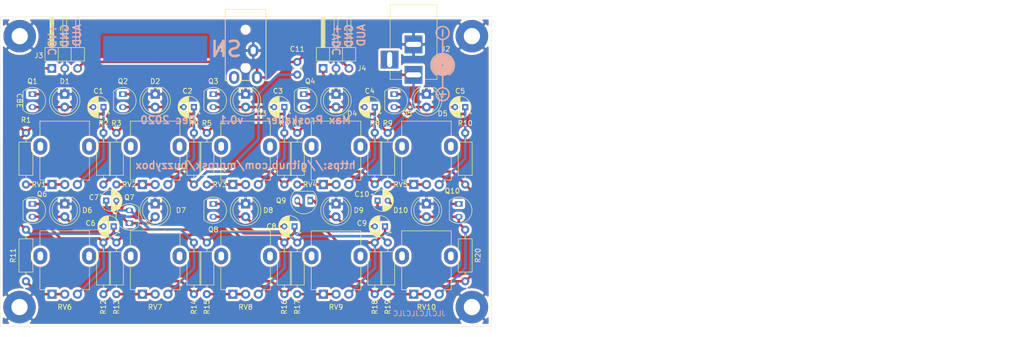
<source format=kicad_pcb>
(kicad_pcb (version 20171130) (host pcbnew "(5.1.4)-1")
  (layers (0 F.Cu signal) (31 B.Cu signal) (34 B.Paste user) (35 F.Paste user) (36 B.SilkS user) (37 F.SilkS user) (38 B.Mask user) (39 F.Mask user) (44 Edge.Cuts user))
  (net 0 "")
  (net 1 "Net-(C1-Pad2)")
  (net 2 /oscillator/OSC_OUT)
  (net 3 "Net-(C2-Pad2)")
  (net 4 "Net-(C2-Pad1)")
  (net 5 "Net-(C3-Pad2)")
  (net 6 "Net-(C3-Pad1)")
  (net 7 "Net-(C4-Pad2)")
  (net 8 "Net-(C4-Pad1)")
  (net 9 "Net-(C5-Pad2)")
  (net 10 "Net-(C5-Pad1)")
  (net 11 "Net-(C6-Pad2)")
  (net 12 "Net-(C6-Pad1)")
  (net 13 "Net-(C7-Pad2)")
  (net 14 "Net-(C7-Pad1)")
  (net 15 "Net-(C8-Pad2)")
  (net 16 "Net-(C8-Pad1)")
  (net 17 "Net-(C9-Pad2)")
  (net 18 "Net-(C9-Pad1)")
  (net 19 "Net-(C10-Pad2)")
  (net 20 "Net-(C10-Pad1)")
  (net 21 "Net-(C11-Pad2)")
  (net 22 "Net-(R1-Pad2)")
  (net 23 +VDC)
  (net 24 "Net-(R3-Pad2)")
  (net 25 "Net-(R5-Pad2)")
  (net 26 "Net-(R7-Pad2)")
  (net 27 "Net-(R9-Pad2)")
  (net 28 "Net-(R11-Pad2)")
  (net 29 "Net-(R13-Pad2)")
  (net 30 "Net-(R15-Pad2)")
  (net 31 "Net-(R17-Pad2)")
  (net 32 "Net-(R19-Pad2)")
  (net 33 "Net-(J1-PadR)")
  (net 34 "Net-(C1-Pad1)")
  (net 35 GND)
  (module buzzybox:TO-92-2 (layer F.Cu) (at 153.67 86.36 270)
    (fp_text reference Q10 (at -2.54 1.27 180) (layer F.SilkS))
    (fp_text value Q_NPN_CBE)
    (pad 1 thru_hole rect (at 0 0 270) (size 1.05 1.5) (drill 0.75) (layers *.Cu *.Mask) (net 19 "Net-(C10-Pad2)"))
    (pad 3 thru_hole oval (at 2.54 0 270) (size 1.05 1.5) (drill 0.75) (layers *.Cu *.Mask) (net 20 "Net-(C10-Pad1)"))
  )
  (module buzzybox:TO-92-2 (layer F.Cu) (at 124.46 85.725 180)
    (fp_text reference Q9 (at 5.715 0) (layer F.SilkS))
    (fp_text value Q_NPN_CBE)
    (pad 1 thru_hole rect (at 0 0 180) (size 1.05 1.5) (drill 0.75) (layers *.Cu *.Mask) (net 17 "Net-(C9-Pad2)"))
    (pad 3 thru_hole oval (at 2.54 0 180) (size 1.05 1.5) (drill 0.75) (layers *.Cu *.Mask) (net 18 "Net-(C9-Pad1)"))
  )
  (module buzzybox:TO-92-2 (layer F.Cu) (at 105.41 86.36 270)
    (fp_text reference Q8 (at 5.08 0 180) (layer F.SilkS))
    (fp_text value Q_NPN_CBE)
    (pad 1 thru_hole rect (at 0 0 270) (size 1.05 1.5) (drill 0.75) (layers *.Cu *.Mask) (net 15 "Net-(C8-Pad2)"))
    (pad 3 thru_hole oval (at 2.54 0 270) (size 1.05 1.5) (drill 0.75) (layers *.Cu *.Mask) (net 16 "Net-(C8-Pad1)"))
  )
  (module buzzybox:TO-92-2 (layer F.Cu) (at 88.9 90.17 90)
    (fp_text reference Q7 (at 5.08 0 180) (layer F.SilkS))
    (fp_text value Q_NPN_CBE)
    (pad 1 thru_hole rect (at 0 0 90) (size 1.05 1.5) (drill 0.75) (layers *.Cu *.Mask) (net 13 "Net-(C7-Pad2)"))
    (pad 3 thru_hole oval (at 2.54 0 90) (size 1.05 1.5) (drill 0.75) (layers *.Cu *.Mask) (net 14 "Net-(C7-Pad1)"))
  )
  (module buzzybox:TO-92-2 (layer F.Cu) (at 69.85 86.36 270)
    (fp_text reference Q6 (at -1.905 -1.905 180) (layer F.SilkS))
    (fp_text value Q_NPN_CBE)
    (pad 1 thru_hole rect (at 0 0 270) (size 1.05 1.5) (drill 0.75) (layers *.Cu *.Mask) (net 11 "Net-(C6-Pad2)"))
    (pad 3 thru_hole oval (at 2.54 0 270) (size 1.05 1.5) (drill 0.75) (layers *.Cu *.Mask) (net 12 "Net-(C6-Pad1)"))
  )
  (module buzzybox:TO-92-2 (layer F.Cu) (at 140.97 64.77 270)
    (fp_text reference Q5 (at 3.81 -2.54 180) (layer F.SilkS))
    (fp_text value Q_NPN_CBE)
    (pad 1 thru_hole rect (at 0 0 270) (size 1.05 1.5) (drill 0.75) (layers *.Cu *.Mask) (net 9 "Net-(C5-Pad2)"))
    (pad 3 thru_hole oval (at 2.54 0 270) (size 1.05 1.5) (drill 0.75) (layers *.Cu *.Mask) (net 10 "Net-(C5-Pad1)"))
  )
  (module buzzybox:TO-92-2 (layer F.Cu) (at 123.19 64.77 270)
    (fp_text reference Q4 (at -2.54 -1.27 180) (layer F.SilkS))
    (fp_text value Q_NPN_CBE)
    (pad 1 thru_hole rect (at 0 0 270) (size 1.05 1.5) (drill 0.75) (layers *.Cu *.Mask) (net 7 "Net-(C4-Pad2)"))
    (pad 3 thru_hole oval (at 2.54 0 270) (size 1.05 1.5) (drill 0.75) (layers *.Cu *.Mask) (net 8 "Net-(C4-Pad1)"))
  )
  (module buzzybox:TO-92-2 (layer F.Cu) (at 105.41 64.77 270)
    (fp_text reference Q3 (at -2.54 0 180) (layer F.SilkS))
    (fp_text value Q_NPN_CBE)
    (pad 1 thru_hole rect (at 0 0 270) (size 1.05 1.5) (drill 0.75) (layers *.Cu *.Mask) (net 5 "Net-(C3-Pad2)"))
    (pad 3 thru_hole oval (at 2.54 0 270) (size 1.05 1.5) (drill 0.75) (layers *.Cu *.Mask) (net 6 "Net-(C3-Pad1)"))
  )
  (module buzzybox:TO-92-2 (layer F.Cu) (at 87.63 64.77 270)
    (fp_text reference Q2 (at -2.54 0 180) (layer F.SilkS))
    (fp_text value Q_NPN_CBE)
    (pad 1 thru_hole rect (at 0 0 270) (size 1.05 1.5) (drill 0.75) (layers *.Cu *.Mask) (net 3 "Net-(C2-Pad2)"))
    (pad 3 thru_hole oval (at 2.54 0 270) (size 1.05 1.5) (drill 0.75) (layers *.Cu *.Mask) (net 4 "Net-(C2-Pad1)"))
  )
  (module buzzybox:TO-92-2 (layer F.Cu) (at 69.85 64.77 270)
    (fp_text reference Q1 (at -2.54 0 180) (layer F.SilkS))
    (fp_text value Q_NPN_CBE)
    (pad 1 thru_hole rect (at 0 0 270) (size 1.05 1.5) (drill 0.75) (layers *.Cu *.Mask) (net 1 "Net-(C1-Pad2)"))
    (pad 3 thru_hole oval (at 2.54 0 270) (size 1.05 1.5) (drill 0.75) (layers *.Cu *.Mask) (net 34 "Net-(C1-Pad1)"))
  )
  (module Capacitor_THT:CP_Radial_D4.0mm_P2.00mm (layer F.Cu) (at 137.7 85.725)
    (fp_text reference C10 (at -3.08 -1.27) (layer F.SilkS))
    (fp_text value CP1)
    (pad 2 thru_hole circle (at 2 0) (size 1.2 1.2) (drill 0.6) (layers *.Cu *.Mask) (net 19 "Net-(C10-Pad2)"))
    (pad 1 thru_hole rect (at 0 0) (size 1.2 1.2) (drill 0.6) (layers *.Cu *.Mask) (net 20 "Net-(C10-Pad1)"))
  )
  (module Capacitor_THT:CP_Radial_D4.0mm_P2.00mm (layer F.Cu) (at 139.16 90.805 180)
    (fp_text reference C9 (at 4.54 0.635) (layer F.SilkS))
    (fp_text value CP1)
    (pad 2 thru_hole circle (at 2 0 180) (size 1.2 1.2) (drill 0.6) (layers *.Cu *.Mask) (net 17 "Net-(C9-Pad2)"))
    (pad 1 thru_hole rect (at 0 0 180) (size 1.2 1.2) (drill 0.6) (layers *.Cu *.Mask) (net 18 "Net-(C9-Pad1)"))
  )
  (module Capacitor_THT:CP_Radial_D4.0mm_P2.00mm (layer F.Cu) (at 121.38 90.805 180)
    (fp_text reference C8 (at 4.54 0) (layer F.SilkS))
    (fp_text value CP1)
    (pad 2 thru_hole circle (at 2 0 180) (size 1.2 1.2) (drill 0.6) (layers *.Cu *.Mask) (net 15 "Net-(C8-Pad2)"))
    (pad 1 thru_hole rect (at 0 0 180) (size 1.2 1.2) (drill 0.6) (layers *.Cu *.Mask) (net 16 "Net-(C8-Pad1)"))
  )
  (module Capacitor_THT:CP_Radial_D4.0mm_P2.00mm (layer F.Cu) (at 84.36 85.725)
    (fp_text reference C7 (at -2.445 -0.635) (layer F.SilkS))
    (fp_text value CP1)
    (pad 2 thru_hole circle (at 2 0) (size 1.2 1.2) (drill 0.6) (layers *.Cu *.Mask) (net 13 "Net-(C7-Pad2)"))
    (pad 1 thru_hole rect (at 0 0) (size 1.2 1.2) (drill 0.6) (layers *.Cu *.Mask) (net 14 "Net-(C7-Pad1)"))
  )
  (module Capacitor_THT:CP_Radial_D4.0mm_P2.00mm (layer F.Cu) (at 85.82 90.805 180)
    (fp_text reference C6 (at 4.54 0.635) (layer F.SilkS))
    (fp_text value CP1)
    (pad 2 thru_hole circle (at 2 0 180) (size 1.2 1.2) (drill 0.6) (layers *.Cu *.Mask) (net 11 "Net-(C6-Pad2)"))
    (pad 1 thru_hole rect (at 0 0 180) (size 1.2 1.2) (drill 0.6) (layers *.Cu *.Mask) (net 12 "Net-(C6-Pad1)"))
  )
  (module Capacitor_THT:CP_Radial_D4.0mm_P2.00mm (layer F.Cu) (at 154.94 67.31 180)
    (fp_text reference C5 (at 1 3.175) (layer F.SilkS))
    (fp_text value CP1)
    (pad 2 thru_hole circle (at 2 0 180) (size 1.2 1.2) (drill 0.6) (layers *.Cu *.Mask) (net 9 "Net-(C5-Pad2)"))
    (pad 1 thru_hole rect (at 0 0 180) (size 1.2 1.2) (drill 0.6) (layers *.Cu *.Mask) (net 10 "Net-(C5-Pad1)"))
  )
  (module Capacitor_THT:CP_Radial_D4.0mm_P2.00mm (layer F.Cu) (at 137.16 67.31 180)
    (fp_text reference C4 (at 1 3.175) (layer F.SilkS))
    (fp_text value CP1)
    (pad 2 thru_hole circle (at 2 0 180) (size 1.2 1.2) (drill 0.6) (layers *.Cu *.Mask) (net 7 "Net-(C4-Pad2)"))
    (pad 1 thru_hole rect (at 0 0 180) (size 1.2 1.2) (drill 0.6) (layers *.Cu *.Mask) (net 8 "Net-(C4-Pad1)"))
  )
  (module Capacitor_THT:CP_Radial_D4.0mm_P2.00mm (layer F.Cu) (at 119.38 67.31 180)
    (fp_text reference C3 (at 1.27 3.175) (layer F.SilkS))
    (fp_text value CP1)
    (pad 2 thru_hole circle (at 2 0 180) (size 1.2 1.2) (drill 0.6) (layers *.Cu *.Mask) (net 5 "Net-(C3-Pad2)"))
    (pad 1 thru_hole rect (at 0 0 180) (size 1.2 1.2) (drill 0.6) (layers *.Cu *.Mask) (net 6 "Net-(C3-Pad1)"))
  )
  (module Capacitor_THT:CP_Radial_D4.0mm_P2.00mm (layer F.Cu) (at 101.6 67.31 180)
    (fp_text reference C2 (at 1.27 3.175) (layer F.SilkS))
    (fp_text value CP1)
    (pad 2 thru_hole circle (at 2 0 180) (size 1.2 1.2) (drill 0.6) (layers *.Cu *.Mask) (net 3 "Net-(C2-Pad2)"))
    (pad 1 thru_hole rect (at 0 0 180) (size 1.2 1.2) (drill 0.6) (layers *.Cu *.Mask) (net 4 "Net-(C2-Pad1)"))
  )
  (module Capacitor_THT:CP_Radial_D4.0mm_P2.00mm (layer F.Cu) (at 83.82 67.31 180)
    (fp_text reference C1 (at 1 3.175) (layer F.SilkS))
    (fp_text value CP1)
    (pad 2 thru_hole circle (at 2 0 180) (size 1.2 1.2) (drill 0.6) (layers *.Cu *.Mask) (net 1 "Net-(C1-Pad2)"))
    (pad 1 thru_hole rect (at 0 0 180) (size 1.2 1.2) (drill 0.6) (layers *.Cu *.Mask) (net 34 "Net-(C1-Pad1)"))
  )
  (module Connector_PinHeader_2.54mm:PinHeader_1x03_P2.54mm_Horizontal (layer F.Cu) (at 73.66 59.69 90)
    (fp_text reference J3 (at 2.54 -2.54 180) (layer F.SilkS))
    (fp_text value Conn_01x03)
    (pad 3 thru_hole oval (at 0 5.08 90) (size 1.7 1.7) (drill 1) (layers *.Cu *.Mask) (net 21 "Net-(C11-Pad2)"))
    (pad 2 thru_hole oval (at 0 2.54 90) (size 1.7 1.7) (drill 1) (layers *.Cu *.Mask) (net 35 GND))
    (pad 1 thru_hole rect (at 0 0 90) (size 1.7 1.7) (drill 1) (layers *.Cu *.Mask) (net 23 +VDC))
  )
  (module Connector_PinHeader_2.54mm:PinHeader_1x03_P2.54mm_Horizontal (layer F.Cu) (at 127 59.69 90)
    (fp_text reference J4 (at 0 7.62 180) (layer F.SilkS))
    (fp_text value Conn_01x03)
    (pad 3 thru_hole oval (at 0 5.08 90) (size 1.7 1.7) (drill 1) (layers *.Cu *.Mask) (net 21 "Net-(C11-Pad2)"))
    (pad 2 thru_hole oval (at 0 2.54 90) (size 1.7 1.7) (drill 1) (layers *.Cu *.Mask) (net 35 GND))
    (pad 1 thru_hole rect (at 0 0 90) (size 1.7 1.7) (drill 1) (layers *.Cu *.Mask) (net 23 +VDC))
  )
  (module buzzybox:STX-3000 (layer F.Cu) (at 111.76 52.07)
    (fp_text reference J1 (at -5.08 3.81) (layer F.SilkS))
    (fp_text value AudioJack3)
    (pad R thru_hole oval (at -2.25 9.4) (size 2 2.5) (drill oval 1 1.5) (layers *.Cu *.Mask) (net 33 "Net-(J1-PadR)"))
    (pad T thru_hole oval (at 2.25 9.4) (size 2 2.5) (drill oval 1 1.5) (layers *.Cu *.Mask) (net 21 "Net-(C11-Pad2)"))
    (pad "" np_thru_hole circle (at 0 7.5) (size 1 1) (drill 1) (layers *.Cu *.Mask))
    (pad S thru_hole oval (at 1.5 4.1) (size 2 2.5) (drill oval 1 1.5) (layers *.Cu *.Mask) (net 35 GND))
    (pad "" np_thru_hole circle (at 0 0) (size 1 1) (drill 1) (layers *.Cu *.Mask))
  )
  (module Resistor_THT:R_Axial_DIN0207_L6.3mm_D2.5mm_P10.16mm_Horizontal (layer F.Cu) (at 68.58 91.44 270)
    (fp_text reference R11 (at 5.08 2.54 90) (layer F.SilkS))
    (fp_text value 1k)
    (pad 2 thru_hole oval (at 10.16 0 270) (size 1.6 1.6) (drill 0.8) (layers *.Cu *.Mask) (net 28 "Net-(R11-Pad2)"))
    (pad 1 thru_hole circle (at 0 0 270) (size 1.6 1.6) (drill 0.8) (layers *.Cu *.Mask) (net 23 +VDC))
  )
  (module Potentiometer_THT:Potentiometer_Alpha_RD901F-40-00D_Single_Vertical (layer F.Cu) (at 73.7 104.14 90)
    (fp_text reference RV6 (at -2.54 2.5) (layer F.SilkS))
    (fp_text value 10k)
    (pad "" thru_hole oval (at 7.5 -2.3 180) (size 2.72 3.24) (drill oval 1.1 1.8) (layers *.Cu *.Mask))
    (pad "" thru_hole oval (at 7.5 7.3 180) (size 2.72 3.24) (drill oval 1.1 1.8) (layers *.Cu *.Mask))
    (pad 3 thru_hole circle (at 0 5 180) (size 1.8 1.8) (drill 1) (layers *.Cu *.Mask) (net 12 "Net-(C6-Pad1)"))
    (pad 2 thru_hole circle (at 0 2.5 180) (size 1.8 1.8) (drill 1) (layers *.Cu *.Mask) (net 28 "Net-(R11-Pad2)"))
    (pad 1 thru_hole rect (at 0 0 180) (size 1.8 1.8) (drill 1) (layers *.Cu *.Mask) (net 28 "Net-(R11-Pad2)"))
  )
  (module MountingHole:MountingHole_3.2mm_M3_Pad (layer F.Cu) (at 67.31 106.68)
    (fp_text reference H4 hide)
    (fp_text value M3)
    (pad 1 thru_hole circle (at 0 0) (size 6.4 6.4) (drill 3.2) (layers *.Cu *.Mask) (net 35 GND))
  )
  (module MountingHole:MountingHole_3.2mm_M3_Pad (layer F.Cu) (at 156.25 106.68)
    (fp_text reference H3 hide)
    (fp_text value M3)
    (pad 1 thru_hole circle (at 0 0) (size 6.4 6.4) (drill 3.2) (layers *.Cu *.Mask) (net 35 GND))
  )
  (module MountingHole:MountingHole_3.2mm_M3_Pad (layer F.Cu) (at 156.25 53.34)
    (fp_text reference H2 hide)
    (fp_text value M3)
    (pad 1 thru_hole circle (at 0 0) (size 6.4 6.4) (drill 3.2) (layers *.Cu *.Mask) (net 35 GND))
  )
  (module MountingHole:MountingHole_3.2mm_M3_Pad (layer F.Cu) (at 67.35 53.34)
    (fp_text reference H1 hide)
    (fp_text value M3)
    (pad 1 thru_hole circle (at 0 0) (size 6.4 6.4) (drill 3.2) (layers *.Cu *.Mask) (net 35 GND))
  )
  (module Capacitors_THT:C_Disc_D3.0mm_W1.6mm_P2.50mm (layer F.Cu) (at 121.92 60.92 90)
    (fp_text reference C11 (at 5.04 0 180) (layer F.SilkS))
    (fp_text value 0.1uF)
    (pad 1 thru_hole circle (at 0 0 90) (size 1.6 1.6) (drill 0.8) (layers *.Cu *.Mask) (net 2 /oscillator/OSC_OUT))
    (pad 2 thru_hole circle (at 2.5 0 90) (size 1.6 1.6) (drill 0.8) (layers *.Cu *.Mask) (net 21 "Net-(C11-Pad2)"))
  )
  (module Connectors:BARREL_JACK (layer F.Cu) (at 144.78 60.96 270)
    (fp_text reference J2 (at -5.08 -6.35) (layer F.SilkS))
    (fp_text value Barrel_Jack)
    (pad 1 thru_hole rect (at 0 0 270) (size 3.5 3.5) (drill oval 1 3) (layers *.Cu *.Mask) (net 23 +VDC))
    (pad 2 thru_hole rect (at -6 0 270) (size 3.5 3.5) (drill oval 1 3) (layers *.Cu *.Mask) (net 35 GND))
    (pad 3 thru_hole rect (at -3 4.7 270) (size 3.5 3.5) (drill oval 3 1) (layers *.Cu *.Mask))
  )
  (module Potentiometer_THT:Potentiometer_Alpha_RD901F-40-00D_Single_Vertical (layer F.Cu) (at 144.82 104.14 90)
    (fp_text reference RV10 (at -2.54 2.5) (layer F.SilkS))
    (fp_text value 10k)
    (pad "" thru_hole oval (at 7.5 -2.3 180) (size 2.72 3.24) (drill oval 1.1 1.8) (layers *.Cu *.Mask))
    (pad "" thru_hole oval (at 7.5 7.3 180) (size 2.72 3.24) (drill oval 1.1 1.8) (layers *.Cu *.Mask))
    (pad 3 thru_hole circle (at 0 5 180) (size 1.8 1.8) (drill 1) (layers *.Cu *.Mask) (net 20 "Net-(C10-Pad1)"))
    (pad 2 thru_hole circle (at 0 2.5 180) (size 1.8 1.8) (drill 1) (layers *.Cu *.Mask) (net 32 "Net-(R19-Pad2)"))
    (pad 1 thru_hole rect (at 0 0 180) (size 1.8 1.8) (drill 1) (layers *.Cu *.Mask) (net 32 "Net-(R19-Pad2)"))
  )
  (module Potentiometer_THT:Potentiometer_Alpha_RD901F-40-00D_Single_Vertical (layer F.Cu) (at 127.04 104.14 90)
    (fp_text reference RV9 (at -2.54 2.5) (layer F.SilkS))
    (fp_text value 10k)
    (pad "" thru_hole oval (at 7.5 -2.3 180) (size 2.72 3.24) (drill oval 1.1 1.8) (layers *.Cu *.Mask))
    (pad "" thru_hole oval (at 7.5 7.3 180) (size 2.72 3.24) (drill oval 1.1 1.8) (layers *.Cu *.Mask))
    (pad 3 thru_hole circle (at 0 5 180) (size 1.8 1.8) (drill 1) (layers *.Cu *.Mask) (net 18 "Net-(C9-Pad1)"))
    (pad 2 thru_hole circle (at 0 2.5 180) (size 1.8 1.8) (drill 1) (layers *.Cu *.Mask) (net 31 "Net-(R17-Pad2)"))
    (pad 1 thru_hole rect (at 0 0 180) (size 1.8 1.8) (drill 1) (layers *.Cu *.Mask) (net 31 "Net-(R17-Pad2)"))
  )
  (module Potentiometer_THT:Potentiometer_Alpha_RD901F-40-00D_Single_Vertical (layer F.Cu) (at 109.26 104.14 90)
    (fp_text reference RV8 (at -2.54 2.5 180) (layer F.SilkS))
    (fp_text value 10k)
    (pad "" thru_hole oval (at 7.5 -2.3 180) (size 2.72 3.24) (drill oval 1.1 1.8) (layers *.Cu *.Mask))
    (pad "" thru_hole oval (at 7.5 7.3 180) (size 2.72 3.24) (drill oval 1.1 1.8) (layers *.Cu *.Mask))
    (pad 3 thru_hole circle (at 0 5 180) (size 1.8 1.8) (drill 1) (layers *.Cu *.Mask) (net 16 "Net-(C8-Pad1)"))
    (pad 2 thru_hole circle (at 0 2.5 180) (size 1.8 1.8) (drill 1) (layers *.Cu *.Mask) (net 30 "Net-(R15-Pad2)"))
    (pad 1 thru_hole rect (at 0 0 180) (size 1.8 1.8) (drill 1) (layers *.Cu *.Mask) (net 30 "Net-(R15-Pad2)"))
  )
  (module Potentiometer_THT:Potentiometer_Alpha_RD901F-40-00D_Single_Vertical (layer F.Cu) (at 91.48 104.14 90)
    (fp_text reference RV7 (at -2.54 2.5) (layer F.SilkS))
    (fp_text value 10k)
    (pad "" thru_hole oval (at 7.5 -2.3 180) (size 2.72 3.24) (drill oval 1.1 1.8) (layers *.Cu *.Mask))
    (pad "" thru_hole oval (at 7.5 7.3 180) (size 2.72 3.24) (drill oval 1.1 1.8) (layers *.Cu *.Mask))
    (pad 3 thru_hole circle (at 0 5 180) (size 1.8 1.8) (drill 1) (layers *.Cu *.Mask) (net 14 "Net-(C7-Pad1)"))
    (pad 2 thru_hole circle (at 0 2.5 180) (size 1.8 1.8) (drill 1) (layers *.Cu *.Mask) (net 29 "Net-(R13-Pad2)"))
    (pad 1 thru_hole rect (at 0 0 180) (size 1.8 1.8) (drill 1) (layers *.Cu *.Mask) (net 29 "Net-(R13-Pad2)"))
  )
  (module Potentiometer_THT:Potentiometer_Alpha_RD901F-40-00D_Single_Vertical (layer F.Cu) (at 144.82 82.55 90)
    (fp_text reference RV5 (at 0 -2.58) (layer F.SilkS))
    (fp_text value 10k)
    (pad "" thru_hole oval (at 7.5 -2.3 180) (size 2.72 3.24) (drill oval 1.1 1.8) (layers *.Cu *.Mask))
    (pad "" thru_hole oval (at 7.5 7.3 180) (size 2.72 3.24) (drill oval 1.1 1.8) (layers *.Cu *.Mask))
    (pad 3 thru_hole circle (at 0 5 180) (size 1.8 1.8) (drill 1) (layers *.Cu *.Mask) (net 10 "Net-(C5-Pad1)"))
    (pad 2 thru_hole circle (at 0 2.5 180) (size 1.8 1.8) (drill 1) (layers *.Cu *.Mask) (net 27 "Net-(R9-Pad2)"))
    (pad 1 thru_hole rect (at 0 0 180) (size 1.8 1.8) (drill 1) (layers *.Cu *.Mask) (net 27 "Net-(R9-Pad2)"))
  )
  (module Potentiometer_THT:Potentiometer_Alpha_RD901F-40-00D_Single_Vertical (layer F.Cu) (at 127.04 82.55 90)
    (fp_text reference RV4 (at 0 -2.58) (layer F.SilkS))
    (fp_text value 10k)
    (pad "" thru_hole oval (at 7.5 -2.3 180) (size 2.72 3.24) (drill oval 1.1 1.8) (layers *.Cu *.Mask))
    (pad "" thru_hole oval (at 7.5 7.3 180) (size 2.72 3.24) (drill oval 1.1 1.8) (layers *.Cu *.Mask))
    (pad 3 thru_hole circle (at 0 5 180) (size 1.8 1.8) (drill 1) (layers *.Cu *.Mask) (net 8 "Net-(C4-Pad1)"))
    (pad 2 thru_hole circle (at 0 2.5 180) (size 1.8 1.8) (drill 1) (layers *.Cu *.Mask) (net 26 "Net-(R7-Pad2)"))
    (pad 1 thru_hole rect (at 0 0 180) (size 1.8 1.8) (drill 1) (layers *.Cu *.Mask) (net 26 "Net-(R7-Pad2)"))
  )
  (module Potentiometer_THT:Potentiometer_Alpha_RD901F-40-00D_Single_Vertical (layer F.Cu) (at 109.26 82.55 90)
    (fp_text reference RV3 (at 0 -2.58) (layer F.SilkS))
    (fp_text value 10k)
    (pad "" thru_hole oval (at 7.5 -2.3 180) (size 2.72 3.24) (drill oval 1.1 1.8) (layers *.Cu *.Mask))
    (pad "" thru_hole oval (at 7.5 7.3 180) (size 2.72 3.24) (drill oval 1.1 1.8) (layers *.Cu *.Mask))
    (pad 3 thru_hole circle (at 0 5 180) (size 1.8 1.8) (drill 1) (layers *.Cu *.Mask) (net 6 "Net-(C3-Pad1)"))
    (pad 2 thru_hole circle (at 0 2.5 180) (size 1.8 1.8) (drill 1) (layers *.Cu *.Mask) (net 25 "Net-(R5-Pad2)"))
    (pad 1 thru_hole rect (at 0 0 180) (size 1.8 1.8) (drill 1) (layers *.Cu *.Mask) (net 25 "Net-(R5-Pad2)"))
  )
  (module Potentiometer_THT:Potentiometer_Alpha_RD901F-40-00D_Single_Vertical (layer F.Cu) (at 91.48 82.55 90)
    (fp_text reference RV2 (at 0 -2.58) (layer F.SilkS))
    (fp_text value 10k)
    (pad "" thru_hole oval (at 7.5 -2.3 180) (size 2.72 3.24) (drill oval 1.1 1.8) (layers *.Cu *.Mask))
    (pad "" thru_hole oval (at 7.5 7.3 180) (size 2.72 3.24) (drill oval 1.1 1.8) (layers *.Cu *.Mask))
    (pad 3 thru_hole circle (at 0 5 180) (size 1.8 1.8) (drill 1) (layers *.Cu *.Mask) (net 4 "Net-(C2-Pad1)"))
    (pad 2 thru_hole circle (at 0 2.5 180) (size 1.8 1.8) (drill 1) (layers *.Cu *.Mask) (net 24 "Net-(R3-Pad2)"))
    (pad 1 thru_hole rect (at 0 0 180) (size 1.8 1.8) (drill 1) (layers *.Cu *.Mask) (net 24 "Net-(R3-Pad2)"))
  )
  (module Potentiometer_THT:Potentiometer_Alpha_RD901F-40-00D_Single_Vertical (layer F.Cu) (at 73.7 82.55 90)
    (fp_text reference RV1 (at 0 -2.58) (layer F.SilkS))
    (fp_text value 10k)
    (pad "" thru_hole oval (at 7.5 -2.3 180) (size 2.72 3.24) (drill oval 1.1 1.8) (layers *.Cu *.Mask))
    (pad "" thru_hole oval (at 7.5 7.3 180) (size 2.72 3.24) (drill oval 1.1 1.8) (layers *.Cu *.Mask))
    (pad 3 thru_hole circle (at 0 5 180) (size 1.8 1.8) (drill 1) (layers *.Cu *.Mask) (net 34 "Net-(C1-Pad1)"))
    (pad 2 thru_hole circle (at 0 2.5 180) (size 1.8 1.8) (drill 1) (layers *.Cu *.Mask) (net 22 "Net-(R1-Pad2)"))
    (pad 1 thru_hole rect (at 0 0 180) (size 1.8 1.8) (drill 1) (layers *.Cu *.Mask) (net 22 "Net-(R1-Pad2)"))
  )
  (module Resistor_THT:R_Axial_DIN0207_L6.3mm_D2.5mm_P10.16mm_Horizontal (layer F.Cu) (at 154.94 101.6 90)
    (fp_text reference R20 (at 5.08 2.5 270) (layer F.SilkS))
    (fp_text value 100k)
    (pad 2 thru_hole oval (at 10.16 0 90) (size 1.6 1.6) (drill 0.8) (layers *.Cu *.Mask) (net 20 "Net-(C10-Pad1)"))
    (pad 1 thru_hole circle (at 0 0 90) (size 1.6 1.6) (drill 0.8) (layers *.Cu *.Mask) (net 2 /oscillator/OSC_OUT))
  )
  (module Resistor_THT:R_Axial_DIN0207_L6.3mm_D2.5mm_P10.16mm_Horizontal (layer F.Cu) (at 139.7 93.98 270)
    (fp_text reference R19 (at 12.7 0 270) (layer F.SilkS))
    (fp_text value 1k)
    (pad 2 thru_hole oval (at 10.16 0 270) (size 1.6 1.6) (drill 0.8) (layers *.Cu *.Mask) (net 32 "Net-(R19-Pad2)"))
    (pad 1 thru_hole circle (at 0 0 270) (size 1.6 1.6) (drill 0.8) (layers *.Cu *.Mask) (net 23 +VDC))
  )
  (module Resistor_THT:R_Axial_DIN0207_L6.3mm_D2.5mm_P10.16mm_Horizontal (layer F.Cu) (at 137.16 104.14 90)
    (fp_text reference R18 (at -2.54 0 270) (layer F.SilkS))
    (fp_text value 100k)
    (pad 2 thru_hole oval (at 10.16 0 90) (size 1.6 1.6) (drill 0.8) (layers *.Cu *.Mask) (net 18 "Net-(C9-Pad1)"))
    (pad 1 thru_hole circle (at 0 0 90) (size 1.6 1.6) (drill 0.8) (layers *.Cu *.Mask) (net 2 /oscillator/OSC_OUT))
  )
  (module Resistor_THT:R_Axial_DIN0207_L6.3mm_D2.5mm_P10.16mm_Horizontal (layer F.Cu) (at 121.92 93.98 270)
    (fp_text reference R17 (at 12.7 0 270) (layer F.SilkS))
    (fp_text value 1k)
    (pad 2 thru_hole oval (at 10.16 0 270) (size 1.6 1.6) (drill 0.8) (layers *.Cu *.Mask) (net 31 "Net-(R17-Pad2)"))
    (pad 1 thru_hole circle (at 0 0 270) (size 1.6 1.6) (drill 0.8) (layers *.Cu *.Mask) (net 23 +VDC))
  )
  (module Resistor_THT:R_Axial_DIN0207_L6.3mm_D2.5mm_P10.16mm_Horizontal (layer F.Cu) (at 119.38 104.14 90)
    (fp_text reference R16 (at -2.54 -0.04 270) (layer F.SilkS))
    (fp_text value 100k)
    (pad 2 thru_hole oval (at 10.16 0 90) (size 1.6 1.6) (drill 0.8) (layers *.Cu *.Mask) (net 16 "Net-(C8-Pad1)"))
    (pad 1 thru_hole circle (at 0 0 90) (size 1.6 1.6) (drill 0.8) (layers *.Cu *.Mask) (net 2 /oscillator/OSC_OUT))
  )
  (module Resistor_THT:R_Axial_DIN0207_L6.3mm_D2.5mm_P10.16mm_Horizontal (layer F.Cu) (at 104.14 93.98 270)
    (fp_text reference R15 (at 12.7 0 270) (layer F.SilkS))
    (fp_text value 1k)
    (pad 2 thru_hole oval (at 10.16 0 270) (size 1.6 1.6) (drill 0.8) (layers *.Cu *.Mask) (net 30 "Net-(R15-Pad2)"))
    (pad 1 thru_hole circle (at 0 0 270) (size 1.6 1.6) (drill 0.8) (layers *.Cu *.Mask) (net 23 +VDC))
  )
  (module Resistor_THT:R_Axial_DIN0207_L6.3mm_D2.5mm_P10.16mm_Horizontal (layer F.Cu) (at 101.6 104.14 90)
    (fp_text reference R14 (at -2.54 0 270) (layer F.SilkS))
    (fp_text value 100k)
    (pad 2 thru_hole oval (at 10.16 0 90) (size 1.6 1.6) (drill 0.8) (layers *.Cu *.Mask) (net 14 "Net-(C7-Pad1)"))
    (pad 1 thru_hole circle (at 0 0 90) (size 1.6 1.6) (drill 0.8) (layers *.Cu *.Mask) (net 2 /oscillator/OSC_OUT))
  )
  (module Resistor_THT:R_Axial_DIN0207_L6.3mm_D2.5mm_P10.16mm_Horizontal (layer F.Cu) (at 86.36 93.98 270)
    (fp_text reference R13 (at 12.7 0 270) (layer F.SilkS))
    (fp_text value 1k)
    (pad 2 thru_hole oval (at 10.16 0 270) (size 1.6 1.6) (drill 0.8) (layers *.Cu *.Mask) (net 29 "Net-(R13-Pad2)"))
    (pad 1 thru_hole circle (at 0 0 270) (size 1.6 1.6) (drill 0.8) (layers *.Cu *.Mask) (net 23 +VDC))
  )
  (module Resistor_THT:R_Axial_DIN0207_L6.3mm_D2.5mm_P10.16mm_Horizontal (layer F.Cu) (at 83.82 104.14 90)
    (fp_text reference R12 (at -2.54 -0.04 90) (layer F.SilkS))
    (fp_text value 100k)
    (pad 2 thru_hole oval (at 10.16 0 90) (size 1.6 1.6) (drill 0.8) (layers *.Cu *.Mask) (net 12 "Net-(C6-Pad1)"))
    (pad 1 thru_hole circle (at 0 0 90) (size 1.6 1.6) (drill 0.8) (layers *.Cu *.Mask) (net 2 /oscillator/OSC_OUT))
  )
  (module Resistor_THT:R_Axial_DIN0207_L6.3mm_D2.5mm_P10.16mm_Horizontal (layer F.Cu) (at 154.94 82.55 90)
    (fp_text reference R10 (at 12.065 0 180) (layer F.SilkS))
    (fp_text value 100k)
    (pad 2 thru_hole oval (at 10.16 0 90) (size 1.6 1.6) (drill 0.8) (layers *.Cu *.Mask) (net 10 "Net-(C5-Pad1)"))
    (pad 1 thru_hole circle (at 0 0 90) (size 1.6 1.6) (drill 0.8) (layers *.Cu *.Mask) (net 2 /oscillator/OSC_OUT))
  )
  (module Resistor_THT:R_Axial_DIN0207_L6.3mm_D2.5mm_P10.16mm_Horizontal (layer F.Cu) (at 139.7 72.39 270)
    (fp_text reference R9 (at -1.905 0 180) (layer F.SilkS))
    (fp_text value 1k)
    (pad 1 thru_hole circle (at 0 0 270) (size 1.6 1.6) (drill 0.8) (layers *.Cu *.Mask) (net 23 +VDC))
    (pad 2 thru_hole oval (at 10.16 0 270) (size 1.6 1.6) (drill 0.8) (layers *.Cu *.Mask) (net 27 "Net-(R9-Pad2)"))
  )
  (module Resistor_THT:R_Axial_DIN0207_L6.3mm_D2.5mm_P10.16mm_Horizontal (layer F.Cu) (at 137.16 82.504775 90)
    (fp_text reference R8 (at 12.019775 0 180) (layer F.SilkS))
    (fp_text value 100k)
    (pad 2 thru_hole oval (at 10.16 0 90) (size 1.6 1.6) (drill 0.8) (layers *.Cu *.Mask) (net 8 "Net-(C4-Pad1)"))
    (pad 1 thru_hole circle (at 0 0 90) (size 1.6 1.6) (drill 0.8) (layers *.Cu *.Mask) (net 2 /oscillator/OSC_OUT))
  )
  (module Resistor_THT:R_Axial_DIN0207_L6.3mm_D2.5mm_P10.16mm_Horizontal (layer F.Cu) (at 121.92 72.39 270)
    (fp_text reference R7 (at -1.905 0 180) (layer F.SilkS))
    (fp_text value 1k)
    (pad 2 thru_hole oval (at 10.16 0 270) (size 1.6 1.6) (drill 0.8) (layers *.Cu *.Mask) (net 26 "Net-(R7-Pad2)"))
    (pad 1 thru_hole circle (at 0 0 270) (size 1.6 1.6) (drill 0.8) (layers *.Cu *.Mask) (net 23 +VDC))
  )
  (module Resistor_THT:R_Axial_DIN0207_L6.3mm_D2.5mm_P10.16mm_Horizontal (layer F.Cu) (at 119.38 82.55 90)
    (fp_text reference R6 (at 12.065 0 180) (layer F.SilkS))
    (fp_text value 100k)
    (pad 2 thru_hole oval (at 10.16 0 90) (size 1.6 1.6) (drill 0.8) (layers *.Cu *.Mask) (net 6 "Net-(C3-Pad1)"))
    (pad 1 thru_hole circle (at 0 0 90) (size 1.6 1.6) (drill 0.8) (layers *.Cu *.Mask) (net 2 /oscillator/OSC_OUT))
  )
  (module Resistor_THT:R_Axial_DIN0207_L6.3mm_D2.5mm_P10.16mm_Horizontal (layer F.Cu) (at 104.14 72.39 270)
    (fp_text reference R5 (at -1.905 0 180) (layer F.SilkS))
    (fp_text value 1k)
    (pad 2 thru_hole oval (at 10.16 0 270) (size 1.6 1.6) (drill 0.8) (layers *.Cu *.Mask) (net 25 "Net-(R5-Pad2)"))
    (pad 1 thru_hole circle (at 0 0 270) (size 1.6 1.6) (drill 0.8) (layers *.Cu *.Mask) (net 23 +VDC))
  )
  (module Resistor_THT:R_Axial_DIN0207_L6.3mm_D2.5mm_P10.16mm_Horizontal (layer F.Cu) (at 101.6 82.55 90)
    (fp_text reference R4 (at 12.065 0 180) (layer F.SilkS))
    (fp_text value 100k)
    (pad 2 thru_hole oval (at 10.16 0 90) (size 1.6 1.6) (drill 0.8) (layers *.Cu *.Mask) (net 4 "Net-(C2-Pad1)"))
    (pad 1 thru_hole circle (at 0 0 90) (size 1.6 1.6) (drill 0.8) (layers *.Cu *.Mask) (net 2 /oscillator/OSC_OUT))
  )
  (module Resistor_THT:R_Axial_DIN0207_L6.3mm_D2.5mm_P10.16mm_Horizontal (layer F.Cu) (at 86.36 72.39 270)
    (fp_text reference R3 (at -1.905 0 180) (layer F.SilkS))
    (fp_text value 1k)
    (pad 2 thru_hole oval (at 10.16 0 270) (size 1.6 1.6) (drill 0.8) (layers *.Cu *.Mask) (net 24 "Net-(R3-Pad2)"))
    (pad 1 thru_hole circle (at 0 0 270) (size 1.6 1.6) (drill 0.8) (layers *.Cu *.Mask) (net 23 +VDC))
  )
  (module Resistor_THT:R_Axial_DIN0207_L6.3mm_D2.5mm_P10.16mm_Horizontal (layer F.Cu) (at 83.82 82.55 90)
    (fp_text reference R2 (at 12.065 0 180) (layer F.SilkS))
    (fp_text value 100k)
    (pad 2 thru_hole oval (at 10.16 0 90) (size 1.6 1.6) (drill 0.8) (layers *.Cu *.Mask) (net 34 "Net-(C1-Pad1)"))
    (pad 1 thru_hole circle (at 0 0 90) (size 1.6 1.6) (drill 0.8) (layers *.Cu *.Mask) (net 2 /oscillator/OSC_OUT))
  )
  (module Resistor_THT:R_Axial_DIN0207_L6.3mm_D2.5mm_P10.16mm_Horizontal (layer F.Cu) (at 68.58 72.39 270)
    (fp_text reference R1 (at -2.54 0 180) (layer F.SilkS))
    (fp_text value 1k)
    (pad 2 thru_hole oval (at 10.16 0 270) (size 1.6 1.6) (drill 0.8) (layers *.Cu *.Mask) (net 22 "Net-(R1-Pad2)"))
    (pad 1 thru_hole circle (at 0 0 270) (size 1.6 1.6) (drill 0.8) (layers *.Cu *.Mask) (net 23 +VDC))
  )
  (module LED_THT:LED_D5.0mm (layer F.Cu) (at 147.32 86.36 270)
    (fp_text reference D10 (at 1.27 5.08 180) (layer F.SilkS))
    (fp_text value LED)
    (pad 2 thru_hole circle (at 2.54 0 270) (size 1.8 1.8) (drill 0.9) (layers *.Cu *.Mask) (net 19 "Net-(C10-Pad2)"))
    (pad 1 thru_hole rect (at 0 0 270) (size 1.8 1.8) (drill 0.9) (layers *.Cu *.Mask) (net 35 GND))
  )
  (module LED_THT:LED_D5.0mm (layer F.Cu) (at 129.54 86.36 270)
    (fp_text reference D9 (at 1.27 -4.445 180) (layer F.SilkS))
    (fp_text value LED)
    (pad 2 thru_hole circle (at 2.54 0 270) (size 1.8 1.8) (drill 0.9) (layers *.Cu *.Mask) (net 17 "Net-(C9-Pad2)"))
    (pad 1 thru_hole rect (at 0 0 270) (size 1.8 1.8) (drill 0.9) (layers *.Cu *.Mask) (net 35 GND))
  )
  (module LED_THT:LED_D5.0mm (layer F.Cu) (at 111.76 86.36 270)
    (fp_text reference D8 (at 1.27 -4.445 180) (layer F.SilkS))
    (fp_text value LED)
    (pad 2 thru_hole circle (at 2.54 0 270) (size 1.8 1.8) (drill 0.9) (layers *.Cu *.Mask) (net 15 "Net-(C8-Pad2)"))
    (pad 1 thru_hole rect (at 0 0 270) (size 1.8 1.8) (drill 0.9) (layers *.Cu *.Mask) (net 35 GND))
  )
  (module LED_THT:LED_D5.0mm (layer F.Cu) (at 93.98 86.36 270)
    (fp_text reference D7 (at 1.27 -5.08 180) (layer F.SilkS))
    (fp_text value LED)
    (pad 2 thru_hole circle (at 2.54 0 270) (size 1.8 1.8) (drill 0.9) (layers *.Cu *.Mask) (net 13 "Net-(C7-Pad2)"))
    (pad 1 thru_hole rect (at 0 0 270) (size 1.8 1.8) (drill 0.9) (layers *.Cu *.Mask) (net 35 GND))
  )
  (module LED_THT:LED_D5.0mm (layer F.Cu) (at 76.2 86.36 270)
    (fp_text reference D6 (at 1.27 -4.445 180) (layer F.SilkS))
    (fp_text value LED)
    (pad 2 thru_hole circle (at 2.54 0 270) (size 1.8 1.8) (drill 0.9) (layers *.Cu *.Mask) (net 11 "Net-(C6-Pad2)"))
    (pad 1 thru_hole rect (at 0 0 270) (size 1.8 1.8) (drill 0.9) (layers *.Cu *.Mask) (net 35 GND))
  )
  (module LED_THT:LED_D5.0mm (layer F.Cu) (at 147.32 64.77 270)
    (fp_text reference D5 (at 3.81 -3.175 180) (layer F.SilkS))
    (fp_text value LED)
    (pad 2 thru_hole circle (at 2.54 0 270) (size 1.8 1.8) (drill 0.9) (layers *.Cu *.Mask) (net 9 "Net-(C5-Pad2)"))
    (pad 1 thru_hole rect (at 0 0 270) (size 1.8 1.8) (drill 0.9) (layers *.Cu *.Mask) (net 35 GND))
  )
  (module LED_THT:LED_D5.0mm (layer F.Cu) (at 129.54 64.77 270)
    (fp_text reference D4 (at 3.81 -3.175 180) (layer F.SilkS))
    (fp_text value LED)
    (pad 2 thru_hole circle (at 2.54 0 270) (size 1.8 1.8) (drill 0.9) (layers *.Cu *.Mask) (net 7 "Net-(C4-Pad2)"))
    (pad 1 thru_hole rect (at 0 0 270) (size 1.8 1.8) (drill 0.9) (layers *.Cu *.Mask) (net 35 GND))
  )
  (module LED_THT:LED_D5.0mm (layer F.Cu) (at 111.76 64.77 270)
    (fp_text reference D3 (at 3.81 -3.175 180) (layer F.SilkS))
    (fp_text value LED)
    (pad 2 thru_hole circle (at 2.54 0 270) (size 1.8 1.8) (drill 0.9) (layers *.Cu *.Mask) (net 5 "Net-(C3-Pad2)"))
    (pad 1 thru_hole rect (at 0 0 270) (size 1.8 1.8) (drill 0.9) (layers *.Cu *.Mask) (net 35 GND))
  )
  (module LED_THT:LED_D5.0mm (layer F.Cu) (at 93.98 64.77 270)
    (fp_text reference D2 (at -2.54 0 180) (layer F.SilkS))
    (fp_text value LED)
    (pad 2 thru_hole circle (at 2.54 0 270) (size 1.8 1.8) (drill 0.9) (layers *.Cu *.Mask) (net 3 "Net-(C2-Pad2)"))
    (pad 1 thru_hole rect (at 0 0 270) (size 1.8 1.8) (drill 0.9) (layers *.Cu *.Mask) (net 35 GND))
  )
  (module LED_THT:LED_D5.0mm (layer F.Cu) (at 76.2 64.77 270)
    (fp_text reference D1 (at -2.54 0 180) (layer F.SilkS))
    (fp_text value LED)
    (pad 2 thru_hole circle (at 2.54 0 270) (size 1.8 1.8) (drill 0.9) (layers *.Cu *.Mask) (net 1 "Net-(C1-Pad2)"))
    (pad 1 thru_hole rect (at 0 0 270) (size 1.8 1.8) (drill 0.9) (layers *.Cu *.Mask) (net 35 GND))
  )
  (gr_text CBE (at 67.31 66.04 270) (layer F.SilkS) (effects (font (size 1 1))))
  (gr_text SN (at 107.95 55.88) (layer B.SilkS) (effects (font (size 3 3) (thickness 0.5)) (justify mirror)))
  (gr_text https://github.com/mprosk/buzzybox (at 111.76 78.74) (layer B.SilkS) (effects (font (size 1.5 1.5) (thickness 0.3)) (justify mirror)))
  (gr_poly (pts (xy 83.82 53.34) (xy 83.82 58.42) (xy 104.14 58.42) (xy 104.14 53.34)) (layer B.Cu) (width 0.1))
  (gr_text "Max Proskauer    v0.1    Dec 2020" (at 111.76 69.85) (layer B.SilkS) (effects (font (size 1.5 1.5) (thickness 0.3)) (justify mirror)))
  (gr_circle (center 150.495 59.055) (end 150.622 59.055) (layer B.SilkS) (width 2))
  (gr_line (start 150.495 52.07) (end 150.495 53.34) (layer B.SilkS) (width 0.3))
  (gr_line (start 150.495 64.135) (end 150.495 65.405) (layer B.SilkS) (width 0.3))
  (gr_line (start 149.86 64.77) (end 151.13 64.77) (layer B.SilkS) (width 0.3))
  (gr_circle (center 150.495 64.77) (end 149.225 64.77) (layer B.SilkS) (width 0.3))
  (gr_circle (center 150.495 52.705) (end 149.225 52.705) (layer B.SilkS) (width 0.3))
  (gr_line (start 150.495 56.515) (end 150.495 53.975) (layer B.SilkS) (width 0.3))
  (gr_line (start 150.495 60.325) (end 150.495 63.5) (layer B.SilkS) (width 0.3))
  (gr_arc (start 150.495 59.055) (end 149.225001 60.959999) (angle 292.6) (layer B.SilkS) (width 0.3))
  (gr_circle (center 150.495 59.055) (end 149.225 59.055) (layer B.SilkS) (width 0.3))
  (gr_text JLCJLCJLCJLC (at 151.13 107.95) (layer B.SilkS) (effects (font (size 1 1)) (justify left mirror)))
  (gr_text "+VDC\nGND\nAUD" (at 132.08 50.8 90) (layer B.SilkS) (effects (font (size 1.5 1.5) (thickness 0.3)) (justify left mirror)))
  (gr_text "+VDC\nGND\nAUD" (at 76.2 50.8 90) (layer B.SilkS) (effects (font (size 1.5 1.5) (thickness 0.3)) (justify left mirror)))
  (gr_line (start 160.06 110.49) (end 160.06 49.53) (layer Edge.Cuts) (width 0.05))
  (gr_line (start 63.5 110.49) (end 160.06 110.49) (layer Edge.Cuts) (width 0.05))
  (gr_line (start 63.54 49.53) (end 63.5 110.49) (layer Edge.Cuts) (width 0.05))
  (gr_line (start 160.06 49.53) (end 63.54 49.53) (layer Edge.Cuts) (width 0.05))
  (segment (start 69.85 64.77) (end 71.12 64.77) (width 0.5) (layer F.Cu) (net 1))
  (segment (start 71.12 64.77) (end 73.66 67.31) (width 0.5) (layer F.Cu) (net 1))
  (segment (start 73.66 67.31) (end 76.2 67.31) (width 0.5) (layer F.Cu) (net 1))
  (segment (start 76.2 67.31) (end 81.82 67.31) (width 0.5) (layer F.Cu) (net 1))
  (segment (start 137.2 104.14) (end 134.66 101.6) (width 0.5) (layer F.Cu) (net 2))
  (segment (start 121.96 101.6) (end 119.42 104.14) (width 0.5) (layer F.Cu) (net 2))
  (segment (start 134.66 101.6) (end 121.96 101.6) (width 0.5) (layer F.Cu) (net 2))
  (segment (start 119.42 104.14) (end 116.88 101.6) (width 0.5) (layer F.Cu) (net 2))
  (segment (start 104.18 101.6) (end 101.64 104.14) (width 0.5) (layer F.Cu) (net 2))
  (segment (start 116.88 101.6) (end 104.18 101.6) (width 0.5) (layer F.Cu) (net 2))
  (segment (start 101.64 104.14) (end 99.1 101.6) (width 0.5) (layer F.Cu) (net 2))
  (segment (start 86.4 101.6) (end 83.86 104.14) (width 0.5) (layer F.Cu) (net 2))
  (segment (start 99.1 101.6) (end 86.4 101.6) (width 0.5) (layer F.Cu) (net 2))
  (segment (start 154.94 82.55) (end 152.4 80.01) (width 0.5) (layer F.Cu) (net 2))
  (segment (start 139.654775 80.01) (end 137.16 82.504775) (width 0.5) (layer F.Cu) (net 2))
  (segment (start 152.4 80.01) (end 139.654775 80.01) (width 0.5) (layer F.Cu) (net 2))
  (segment (start 137.16 82.504775) (end 134.665225 80.01) (width 0.5) (layer F.Cu) (net 2))
  (segment (start 121.92 80.01) (end 119.38 82.55) (width 0.5) (layer F.Cu) (net 2))
  (segment (start 134.665225 80.01) (end 121.92 80.01) (width 0.5) (layer F.Cu) (net 2))
  (segment (start 119.38 82.55) (end 116.84 80.01) (width 0.5) (layer F.Cu) (net 2))
  (segment (start 104.14 80.01) (end 101.6 82.55) (width 0.5) (layer F.Cu) (net 2))
  (segment (start 116.84 80.01) (end 104.14 80.01) (width 0.5) (layer F.Cu) (net 2))
  (segment (start 101.6 82.55) (end 99.06 80.01) (width 0.5) (layer F.Cu) (net 2))
  (segment (start 86.36 80.01) (end 83.82 82.55) (width 0.5) (layer F.Cu) (net 2))
  (segment (start 99.06 80.01) (end 86.36 80.01) (width 0.5) (layer F.Cu) (net 2))
  (segment (start 154.98 101.6) (end 157.48 99.1) (width 0.5) (layer F.Cu) (net 2))
  (segment (start 157.48 99.1) (end 157.48 85.09) (width 0.5) (layer F.Cu) (net 2))
  (segment (start 157.48 85.09) (end 155.739999 83.349999) (width 0.5) (layer F.Cu) (net 2))
  (segment (start 155.739999 83.349999) (end 154.94 82.55) (width 0.5) (layer F.Cu) (net 2))
  (segment (start 154.94 101.6) (end 139.7 101.6) (width 0.5) (layer F.Cu) (net 2))
  (segment (start 139.74 101.6) (end 137.2 104.14) (width 0.5) (layer F.Cu) (net 2))
  (segment (start 118.11 60.92) (end 121.92 60.92) (width 0.5) (layer B.Cu) (net 2))
  (segment (start 114.3 64.73) (end 118.11 60.92) (width 0.5) (layer B.Cu) (net 2))
  (segment (start 114.3 73.66) (end 114.3 64.73) (width 0.5) (layer B.Cu) (net 2))
  (segment (start 107.95 80.01) (end 114.3 73.66) (width 0.5) (layer B.Cu) (net 2))
  (segment (start 101.6 82.55) (end 104.14 80.01) (width 0.5) (layer B.Cu) (net 2))
  (segment (start 104.14 80.01) (end 107.95 80.01) (width 0.5) (layer B.Cu) (net 2))
  (segment (start 87.63 64.77) (end 88.9 64.77) (width 0.5) (layer F.Cu) (net 3))
  (segment (start 88.9 64.77) (end 91.44 67.31) (width 0.5) (layer F.Cu) (net 3))
  (segment (start 91.44 67.31) (end 93.98 67.31) (width 0.5) (layer F.Cu) (net 3))
  (segment (start 99.6 67.31) (end 93.98 67.31) (width 0.5) (layer F.Cu) (net 3))
  (segment (start 101.6 77.43) (end 101.6 72.39) (width 0.5) (layer B.Cu) (net 4))
  (segment (start 96.48 82.55) (end 101.6 77.43) (width 0.5) (layer B.Cu) (net 4))
  (segment (start 101.6 68.41) (end 101.6 67.31) (width 0.5) (layer F.Cu) (net 4))
  (segment (start 101.349999 68.660001) (end 101.6 68.41) (width 0.5) (layer F.Cu) (net 4))
  (segment (start 90.230001 68.660001) (end 101.349999 68.660001) (width 0.5) (layer F.Cu) (net 4))
  (segment (start 88.88 67.31) (end 90.230001 68.660001) (width 0.5) (layer F.Cu) (net 4))
  (segment (start 87.63 67.31) (end 88.88 67.31) (width 0.5) (layer F.Cu) (net 4))
  (segment (start 101.6 67.31) (end 101.6 72.39) (width 0.5) (layer B.Cu) (net 4))
  (segment (start 105.41 64.77) (end 106.68 64.77) (width 0.5) (layer F.Cu) (net 5))
  (segment (start 106.68 64.77) (end 109.22 67.31) (width 0.5) (layer F.Cu) (net 5))
  (segment (start 109.22 67.31) (end 111.76 67.31) (width 0.5) (layer F.Cu) (net 5))
  (segment (start 117.38 67.31) (end 111.76 67.31) (width 0.5) (layer F.Cu) (net 5))
  (segment (start 119.38 67.34) (end 119.38 72.39) (width 0.5) (layer B.Cu) (net 6))
  (segment (start 119.38 77.43) (end 119.38 72.39) (width 0.5) (layer B.Cu) (net 6))
  (segment (start 114.26 82.55) (end 119.38 77.43) (width 0.5) (layer B.Cu) (net 6))
  (segment (start 119.38 67.31) (end 119.38 72.39) (width 0.5) (layer B.Cu) (net 6))
  (segment (start 119.38 68.41) (end 119.38 67.31) (width 0.5) (layer F.Cu) (net 6))
  (segment (start 119.129999 68.660001) (end 119.38 68.41) (width 0.5) (layer F.Cu) (net 6))
  (segment (start 108.010001 68.660001) (end 119.129999 68.660001) (width 0.5) (layer F.Cu) (net 6))
  (segment (start 106.66 67.31) (end 108.010001 68.660001) (width 0.5) (layer F.Cu) (net 6))
  (segment (start 105.41 67.31) (end 106.66 67.31) (width 0.5) (layer F.Cu) (net 6))
  (segment (start 123.19 64.77) (end 124.46 64.77) (width 0.5) (layer F.Cu) (net 7))
  (segment (start 124.46 64.77) (end 127 67.31) (width 0.5) (layer F.Cu) (net 7))
  (segment (start 127 67.31) (end 129.54 67.31) (width 0.5) (layer F.Cu) (net 7))
  (segment (start 135.16 67.31) (end 129.54 67.31) (width 0.5) (layer F.Cu) (net 7))
  (segment (start 137.16 77.43) (end 137.16 72.344775) (width 0.5) (layer B.Cu) (net 8))
  (segment (start 132.04 82.55) (end 137.16 77.43) (width 0.5) (layer B.Cu) (net 8))
  (segment (start 137.16 68.41) (end 137.16 67.31) (width 0.5) (layer F.Cu) (net 8))
  (segment (start 136.909999 68.660001) (end 137.16 68.41) (width 0.5) (layer F.Cu) (net 8))
  (segment (start 125.790001 68.660001) (end 136.909999 68.660001) (width 0.5) (layer F.Cu) (net 8))
  (segment (start 124.44 67.31) (end 125.790001 68.660001) (width 0.5) (layer F.Cu) (net 8))
  (segment (start 123.19 67.31) (end 124.44 67.31) (width 0.5) (layer F.Cu) (net 8))
  (segment (start 137.16 67.31) (end 137.16 72.344775) (width 0.5) (layer B.Cu) (net 8))
  (segment (start 140.97 64.77) (end 142.24 64.77) (width 0.5) (layer F.Cu) (net 9))
  (segment (start 142.24 64.77) (end 144.78 67.31) (width 0.5) (layer F.Cu) (net 9))
  (segment (start 144.78 67.31) (end 147.32 67.31) (width 0.5) (layer F.Cu) (net 9))
  (segment (start 152.94 67.31) (end 147.32 67.31) (width 0.5) (layer F.Cu) (net 9))
  (segment (start 154.94 77.43) (end 154.94 72.39) (width 0.5) (layer B.Cu) (net 10))
  (segment (start 149.82 82.55) (end 154.94 77.43) (width 0.5) (layer B.Cu) (net 10))
  (segment (start 154.94 68.41) (end 154.94 67.31) (width 0.5) (layer F.Cu) (net 10))
  (segment (start 154.689999 68.660001) (end 154.94 68.41) (width 0.5) (layer F.Cu) (net 10))
  (segment (start 143.570001 68.660001) (end 154.689999 68.660001) (width 0.5) (layer F.Cu) (net 10))
  (segment (start 142.22 67.31) (end 143.570001 68.660001) (width 0.5) (layer F.Cu) (net 10))
  (segment (start 140.97 67.31) (end 142.22 67.31) (width 0.5) (layer F.Cu) (net 10))
  (segment (start 154.94 72.39) (end 154.94 67.31) (width 0.5) (layer B.Cu) (net 10))
  (segment (start 69.85 86.36) (end 71.12 86.36) (width 0.5) (layer F.Cu) (net 11))
  (segment (start 71.12 86.36) (end 73.66 88.9) (width 0.5) (layer F.Cu) (net 11))
  (segment (start 73.66 88.9) (end 76.2 88.9) (width 0.5) (layer F.Cu) (net 11))
  (segment (start 78.105 90.805) (end 76.2 88.9) (width 0.5) (layer F.Cu) (net 11))
  (segment (start 83.82 90.805) (end 78.105 90.805) (width 0.5) (layer F.Cu) (net 11))
  (segment (start 83.86 98.98) (end 83.86 93.98) (width 0.5) (layer B.Cu) (net 12))
  (segment (start 78.7 104.14) (end 83.86 98.98) (width 0.5) (layer B.Cu) (net 12))
  (segment (start 71.1 88.9) (end 69.85 88.9) (width 0.5) (layer F.Cu) (net 12))
  (segment (start 75.380001 93.180001) (end 71.1 88.9) (width 0.5) (layer F.Cu) (net 12))
  (segment (start 83.020001 93.180001) (end 75.380001 93.180001) (width 0.5) (layer F.Cu) (net 12))
  (segment (start 83.82 93.98) (end 83.020001 93.180001) (width 0.5) (layer F.Cu) (net 12))
  (segment (start 85.82 91.98) (end 83.82 93.98) (width 0.5) (layer F.Cu) (net 12))
  (segment (start 85.82 90.805) (end 85.82 91.98) (width 0.5) (layer F.Cu) (net 12))
  (segment (start 86.36 86.573528) (end 86.36 85.725) (width 0.5) (layer F.Cu) (net 13))
  (segment (start 86.36 87.855) (end 86.36 86.573528) (width 0.5) (layer F.Cu) (net 13))
  (segment (start 88.675 90.17) (end 86.36 87.855) (width 0.5) (layer F.Cu) (net 13))
  (segment (start 88.9 90.17) (end 88.675 90.17) (width 0.5) (layer F.Cu) (net 13))
  (segment (start 92.71 90.17) (end 88.9 90.17) (width 0.5) (layer F.Cu) (net 13))
  (segment (start 93.98 88.9) (end 92.71 90.17) (width 0.5) (layer F.Cu) (net 13))
  (segment (start 101.64 98.98) (end 101.64 93.98) (width 0.5) (layer B.Cu) (net 14))
  (segment (start 96.48 104.14) (end 101.64 98.98) (width 0.5) (layer B.Cu) (net 14))
  (segment (start 101.6 93.98) (end 99.06 91.44) (width 0.5) (layer B.Cu) (net 14))
  (segment (start 89.125 87.63) (end 88.9 87.63) (width 0.5) (layer B.Cu) (net 14))
  (segment (start 92.935 91.44) (end 89.125 87.63) (width 0.5) (layer B.Cu) (net 14))
  (segment (start 99.06 91.44) (end 92.935 91.44) (width 0.5) (layer B.Cu) (net 14))
  (segment (start 84.36 86.825) (end 84.36 85.725) (width 0.5) (layer B.Cu) (net 14))
  (segment (start 85.165 87.63) (end 84.36 86.825) (width 0.5) (layer B.Cu) (net 14))
  (segment (start 88.9 87.63) (end 85.165 87.63) (width 0.5) (layer B.Cu) (net 14))
  (segment (start 105.41 86.36) (end 106.68 86.36) (width 0.5) (layer F.Cu) (net 15))
  (segment (start 106.68 86.36) (end 109.22 88.9) (width 0.5) (layer F.Cu) (net 15))
  (segment (start 109.22 88.9) (end 111.76 88.9) (width 0.5) (layer F.Cu) (net 15))
  (segment (start 113.665 90.805) (end 111.76 88.9) (width 0.5) (layer F.Cu) (net 15))
  (segment (start 119.38 90.805) (end 113.665 90.805) (width 0.5) (layer F.Cu) (net 15))
  (segment (start 119.42 98.98) (end 119.42 93.98) (width 0.5) (layer B.Cu) (net 16))
  (segment (start 114.26 104.14) (end 119.42 98.98) (width 0.5) (layer B.Cu) (net 16))
  (segment (start 121.38 91.98) (end 119.38 93.98) (width 0.5) (layer F.Cu) (net 16))
  (segment (start 121.38 90.805) (end 121.38 91.98) (width 0.5) (layer F.Cu) (net 16))
  (segment (start 106.66 88.9) (end 105.41 88.9) (width 0.5) (layer F.Cu) (net 16))
  (segment (start 110.940001 93.180001) (end 106.66 88.9) (width 0.5) (layer F.Cu) (net 16))
  (segment (start 118.580001 93.180001) (end 110.940001 93.180001) (width 0.5) (layer F.Cu) (net 16))
  (segment (start 119.38 93.98) (end 118.580001 93.180001) (width 0.5) (layer F.Cu) (net 16))
  (segment (start 131.445 90.805) (end 129.54 88.9) (width 0.5) (layer F.Cu) (net 17))
  (segment (start 137.16 90.805) (end 131.445 90.805) (width 0.5) (layer F.Cu) (net 17))
  (segment (start 129.54 88.9) (end 128.27 88.9) (width 0.5) (layer F.Cu) (net 17))
  (segment (start 128.27 88.9) (end 125.095 85.725) (width 0.5) (layer F.Cu) (net 17))
  (segment (start 124.46 85.725) (end 125.095 85.725) (width 0.5) (layer F.Cu) (net 17))
  (segment (start 137.2 98.98) (end 137.2 93.98) (width 0.5) (layer B.Cu) (net 18))
  (segment (start 132.04 104.14) (end 137.2 98.98) (width 0.5) (layer B.Cu) (net 18))
  (segment (start 139.16 91.98) (end 137.16 93.98) (width 0.5) (layer F.Cu) (net 18))
  (segment (start 139.16 90.805) (end 139.16 91.98) (width 0.5) (layer F.Cu) (net 18))
  (segment (start 121.92 85.95) (end 121.92 85.725) (width 0.5) (layer F.Cu) (net 18))
  (segment (start 129.95 93.98) (end 121.92 85.95) (width 0.5) (layer F.Cu) (net 18))
  (segment (start 137.16 93.98) (end 129.95 93.98) (width 0.5) (layer F.Cu) (net 18))
  (segment (start 149.225 88.9) (end 151.765 86.36) (width 0.5) (layer F.Cu) (net 19))
  (segment (start 147.32 88.9) (end 149.225 88.9) (width 0.5) (layer F.Cu) (net 19))
  (segment (start 151.765 86.36) (end 153.67 86.36) (width 0.5) (layer F.Cu) (net 19))
  (segment (start 147.32 88.9) (end 144.78 88.9) (width 0.5) (layer F.Cu) (net 19))
  (segment (start 142.875 88.9) (end 139.7 85.725) (width 0.5) (layer F.Cu) (net 19))
  (segment (start 147.32 88.9) (end 142.875 88.9) (width 0.5) (layer F.Cu) (net 19))
  (segment (start 154.98 98.98) (end 154.98 91.44) (width 0.5) (layer B.Cu) (net 20))
  (segment (start 149.82 104.14) (end 154.98 98.98) (width 0.5) (layer B.Cu) (net 20))
  (segment (start 152.42 88.9) (end 153.67 88.9) (width 0.5) (layer F.Cu) (net 20))
  (segment (start 151.069999 90.250001) (end 152.42 88.9) (width 0.5) (layer F.Cu) (net 20))
  (segment (start 141.125001 90.250001) (end 151.069999 90.250001) (width 0.5) (layer F.Cu) (net 20))
  (segment (start 137.7 86.825) (end 141.125001 90.250001) (width 0.5) (layer F.Cu) (net 20))
  (segment (start 137.7 85.725) (end 137.7 86.825) (width 0.5) (layer F.Cu) (net 20))
  (segment (start 153.67 90.17) (end 154.94 91.44) (width 0.5) (layer F.Cu) (net 20))
  (segment (start 153.67 88.9) (end 153.67 90.17) (width 0.5) (layer F.Cu) (net 20))
  (segment (start 114.01 61.22) (end 114.01 61.47) (width 0.5) (layer F.Cu) (net 21))
  (segment (start 80.01 58.42) (end 78.74 59.69) (width 0.5) (layer F.Cu) (net 21))
  (segment (start 112.71 58.42) (end 80.01 58.42) (width 0.5) (layer F.Cu) (net 21))
  (segment (start 114.01 59.72) (end 112.71 58.42) (width 0.5) (layer F.Cu) (net 21))
  (segment (start 114.01 61.47) (end 114.01 59.72) (width 0.5) (layer F.Cu) (net 21))
  (segment (start 121.92 58.42) (end 119.38 58.42) (width 0.5) (layer F.Cu) (net 21))
  (segment (start 119.38 58.42) (end 116.33 61.47) (width 0.5) (layer F.Cu) (net 21))
  (segment (start 114.01 61.47) (end 116.33 61.47) (width 0.5) (layer F.Cu) (net 21))
  (segment (start 121.92 58.42) (end 123.19 57.15) (width 0.5) (layer F.Cu) (net 21))
  (segment (start 123.19 57.15) (end 129.54 57.15) (width 0.5) (layer F.Cu) (net 21))
  (segment (start 130.840001 58.450001) (end 132.08 59.69) (width 0.5) (layer F.Cu) (net 21))
  (segment (start 129.54 57.15) (end 130.840001 58.450001) (width 0.5) (layer F.Cu) (net 21))
  (segment (start 68.58 82.55) (end 73.7 82.55) (width 0.5) (layer F.Cu) (net 22))
  (segment (start 73.7 82.55) (end 76.2 82.55) (width 0.5) (layer F.Cu) (net 22))
  (segment (start 86.36 93.98) (end 88.9 91.44) (width 0.5) (layer F.Cu) (net 23))
  (segment (start 101.6 91.44) (end 104.14 93.98) (width 0.5) (layer F.Cu) (net 23))
  (segment (start 88.9 91.44) (end 101.6 91.44) (width 0.5) (layer F.Cu) (net 23))
  (segment (start 124.46 69.85) (end 121.92 72.39) (width 0.5) (layer F.Cu) (net 23))
  (segment (start 139.7 72.39) (end 137.16 69.85) (width 0.5) (layer F.Cu) (net 23))
  (segment (start 137.16 69.85) (end 124.46 69.85) (width 0.5) (layer F.Cu) (net 23))
  (segment (start 121.92 72.39) (end 119.38 69.85) (width 0.5) (layer F.Cu) (net 23))
  (segment (start 106.68 69.85) (end 104.14 72.39) (width 0.5) (layer F.Cu) (net 23))
  (segment (start 119.38 69.85) (end 106.68 69.85) (width 0.5) (layer F.Cu) (net 23))
  (segment (start 104.14 72.39) (end 101.6 69.85) (width 0.5) (layer F.Cu) (net 23))
  (segment (start 88.9 69.85) (end 86.36 72.39) (width 0.5) (layer F.Cu) (net 23))
  (segment (start 101.6 69.85) (end 88.9 69.85) (width 0.5) (layer F.Cu) (net 23))
  (segment (start 86.36 72.39) (end 83.82 69.85) (width 0.5) (layer F.Cu) (net 23))
  (segment (start 71.12 69.85) (end 68.58 72.39) (width 0.5) (layer F.Cu) (net 23))
  (segment (start 83.82 69.85) (end 71.12 69.85) (width 0.5) (layer F.Cu) (net 23))
  (segment (start 144.78 67.31) (end 139.7 72.39) (width 0.5) (layer B.Cu) (net 23))
  (segment (start 144.78 60.96) (end 144.78 67.31) (width 0.5) (layer B.Cu) (net 23))
  (segment (start 67.780001 73.189999) (end 68.58 72.39) (width 0.5) (layer F.Cu) (net 23))
  (segment (start 66.04 74.93) (end 67.780001 73.189999) (width 0.5) (layer F.Cu) (net 23))
  (segment (start 66.04 88.9) (end 66.04 74.93) (width 0.5) (layer F.Cu) (net 23))
  (segment (start 68.58 91.44) (end 66.04 88.9) (width 0.5) (layer F.Cu) (net 23))
  (segment (start 71.12 59.69) (end 73.66 59.69) (width 0.5) (layer F.Cu) (net 23))
  (segment (start 67.31 71.12) (end 67.31 63.5) (width 0.5) (layer F.Cu) (net 23))
  (segment (start 67.31 63.5) (end 71.12 59.69) (width 0.5) (layer F.Cu) (net 23))
  (segment (start 68.58 72.39) (end 67.31 71.12) (width 0.5) (layer F.Cu) (net 23))
  (segment (start 142.24 60.96) (end 144.78 60.96) (width 0.5) (layer F.Cu) (net 23))
  (segment (start 140.97 62.23) (end 142.24 60.96) (width 0.5) (layer F.Cu) (net 23))
  (segment (start 128.27 62.23) (end 140.97 62.23) (width 0.5) (layer F.Cu) (net 23))
  (segment (start 127 59.69) (end 127 60.96) (width 0.5) (layer F.Cu) (net 23))
  (segment (start 127 60.96) (end 128.27 62.23) (width 0.5) (layer F.Cu) (net 23))
  (segment (start 69.379999 92.239999) (end 68.58 91.44) (width 0.5) (layer B.Cu) (net 23))
  (segment (start 84.619999 92.239999) (end 69.379999 92.239999) (width 0.5) (layer B.Cu) (net 23))
  (segment (start 86.36 93.98) (end 84.619999 92.239999) (width 0.5) (layer B.Cu) (net 23))
  (segment (start 122.719999 93.180001) (end 121.92 93.98) (width 0.5) (layer B.Cu) (net 23))
  (segment (start 123.170001 92.729999) (end 122.719999 93.180001) (width 0.5) (layer B.Cu) (net 23))
  (segment (start 138.449999 92.729999) (end 123.170001 92.729999) (width 0.5) (layer B.Cu) (net 23))
  (segment (start 139.7 93.98) (end 138.449999 92.729999) (width 0.5) (layer B.Cu) (net 23))
  (segment (start 104.939999 93.180001) (end 104.14 93.98) (width 0.5) (layer B.Cu) (net 23))
  (segment (start 106.264999 91.855001) (end 104.939999 93.180001) (width 0.5) (layer B.Cu) (net 23))
  (segment (start 119.795001 91.855001) (end 106.264999 91.855001) (width 0.5) (layer B.Cu) (net 23))
  (segment (start 121.92 93.98) (end 119.795001 91.855001) (width 0.5) (layer B.Cu) (net 23))
  (segment (start 86.36 82.55) (end 91.48 82.55) (width 0.5) (layer F.Cu) (net 24))
  (segment (start 91.48 82.55) (end 93.98 82.55) (width 0.5) (layer F.Cu) (net 24))
  (segment (start 104.14 82.55) (end 109.26 82.55) (width 0.5) (layer F.Cu) (net 25))
  (segment (start 109.26 82.55) (end 111.76 82.55) (width 0.5) (layer F.Cu) (net 25))
  (segment (start 121.92 82.55) (end 127.04 82.55) (width 0.5) (layer F.Cu) (net 26))
  (segment (start 129.54 82.55) (end 127.04 82.55) (width 0.5) (layer F.Cu) (net 26))
  (segment (start 139.7 82.55) (end 144.82 82.55) (width 0.5) (layer F.Cu) (net 27))
  (segment (start 144.82 82.55) (end 147.32 82.55) (width 0.5) (layer F.Cu) (net 27))
  (segment (start 76.2 104.14) (end 73.7 104.14) (width 0.5) (layer F.Cu) (net 28))
  (segment (start 73.7 104.14) (end 71.12 104.14) (width 0.5) (layer F.Cu) (net 28))
  (segment (start 71.12 104.14) (end 68.58 101.6) (width 0.5) (layer F.Cu) (net 28))
  (segment (start 86.36 104.14) (end 91.48 104.14) (width 0.5) (layer F.Cu) (net 29))
  (segment (start 91.48 104.14) (end 93.98 104.14) (width 0.5) (layer F.Cu) (net 29))
  (segment (start 104.14 104.14) (end 109.26 104.14) (width 0.5) (layer F.Cu) (net 30))
  (segment (start 111.76 104.14) (end 109.26 104.14) (width 0.5) (layer F.Cu) (net 30))
  (segment (start 121.92 104.14) (end 127.04 104.14) (width 0.5) (layer F.Cu) (net 31))
  (segment (start 127.04 104.14) (end 129.54 104.14) (width 0.5) (layer F.Cu) (net 31))
  (segment (start 139.7 104.14) (end 144.82 104.14) (width 0.5) (layer F.Cu) (net 32))
  (segment (start 144.82 104.14) (end 147.32 104.14) (width 0.5) (layer F.Cu) (net 32))
  (segment (start 83.82 77.43) (end 83.82 72.39) (width 0.5) (layer B.Cu) (net 34))
  (segment (start 78.7 82.55) (end 83.82 77.43) (width 0.5) (layer B.Cu) (net 34))
  (segment (start 83.82 68.41) (end 83.82 67.31) (width 0.5) (layer F.Cu) (net 34))
  (segment (start 83.569999 68.660001) (end 83.82 68.41) (width 0.5) (layer F.Cu) (net 34))
  (segment (start 72.450001 68.660001) (end 83.569999 68.660001) (width 0.5) (layer F.Cu) (net 34))
  (segment (start 71.1 67.31) (end 72.450001 68.660001) (width 0.5) (layer F.Cu) (net 34))
  (segment (start 69.85 67.31) (end 71.1 67.31) (width 0.5) (layer F.Cu) (net 34))
  (segment (start 83.82 72.39) (end 83.82 67.31) (width 0.5) (layer B.Cu) (net 34))
  (zone (net 35) (net_name GND) (layer B.Cu) (connect_pads (clearance 0.508)) (min_thickness 0.254) (fill yes (arc_segments 32) (thermal_gap 0.508) (thermal_bridge_width 0.508))
    (polygon (pts (xy 63.54 49.53) (xy 160.06 49.53) (xy 160.06 110.49) (xy 63.5 110.49)))
  )
  (zone (net 35) (net_name GND) (layer F.Cu) (connect_pads (clearance 0.508)) (min_thickness 0.254) (fill yes (arc_segments 32) (thermal_gap 0.508) (thermal_bridge_width 0.508))
    (polygon (pts (xy 160.02 49.53) (xy 63.5 49.53) (xy 63.5 110.49) (xy 160.02 110.49)))
  )
)
</source>
